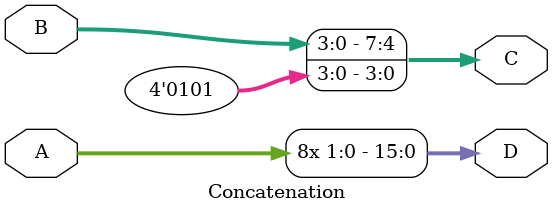
<source format=v>
module Concatenation(A,B,C,D);

input [1:0] A;
input [3:0] B;

output [7:0] C;
output [15:0] D;

// design Logic

assign C = {B, 4'b0101};
assign D = {8{A}};

endmodule
</source>
